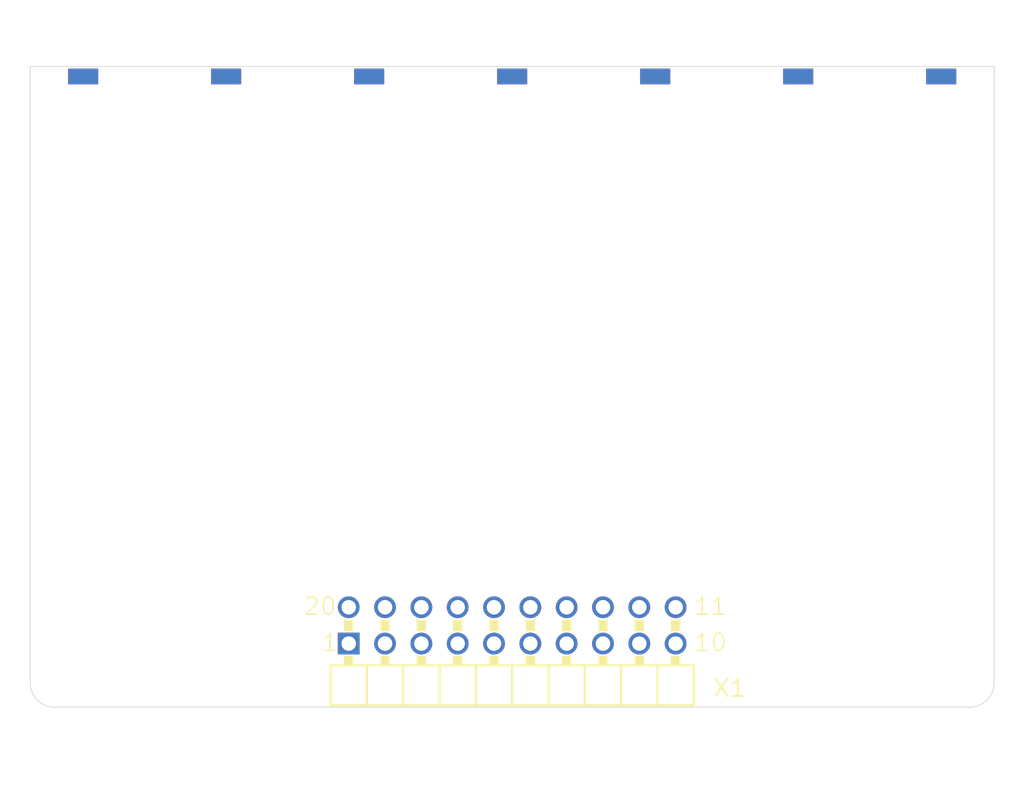
<source format=kicad_pcb>
(kicad_pcb (version 20240108) (generator "pcbnew") (generator_version "8.0")
  (layers (0 "F.Cu" signal) (31 "B.Cu" signal) (34 "B.Paste" user) (35 "F.Paste" user) (36 "B.SilkS" user "B.Silkscreen") (37 "F.SilkS" user "F.Silkscreen") (38 "B.Mask" user) (39 "F.Mask" user) (44 "Edge.Cuts" user))
  (net 0 "")
  (footprint "AllSerial:SlaveBoard" (layer "F.Cu") (at 150.2 118.5)
    (property "Reference" "X1" (at 13.97 -0.635 0) (layer "F.SilkS") (effects (font (size 1.2065 1.2065) (thickness 0.127)) (justify left bottom)))
    (property "Value" "AllSerial_Connector" (hide yes))
    (fp_rect (start -31 -44.6) (end -29 -43.6) (stroke (width 0.1)) (fill solid) (layer "F.Cu"))
    (fp_rect (start -21 -44.6) (end -19 -43.6) (stroke (width 0.1)) (fill solid) (layer "F.Cu"))
    (fp_rect (start -11 -44.6) (end -9 -43.6) (stroke (width 0.1)) (fill solid) (layer "F.Cu"))
    (fp_rect (start -1 -44.6) (end 1 -43.6) (stroke (width 0.1)) (fill solid) (layer "F.Cu"))
    (fp_rect (start 9 -44.6) (end 11 -43.6) (stroke (width 0.1)) (fill solid) (layer "F.Cu"))
    (fp_rect (start 19 -44.6) (end 21 -43.6) (stroke (width 0.1)) (fill solid) (layer "F.Cu"))
    (fp_rect (start 29 -44.6) (end 31 -43.6) (stroke (width 0.1)) (fill solid) (layer "F.Cu"))
    (fp_rect (start -31 -44.6) (end -29 -43.6) (stroke (width 0.1)) (fill solid) (layer "B.Cu"))
    (fp_rect (start -21 -44.6) (end -19 -43.6) (stroke (width 0.1)) (fill solid) (layer "B.Cu"))
    (fp_rect (start -11 -44.6) (end -9 -43.6) (stroke (width 0.1)) (fill solid) (layer "B.Cu"))
    (fp_rect (start -1 -44.6) (end 1 -43.6) (stroke (width 0.1)) (fill solid) (layer "B.Cu"))
    (fp_rect (start 9 -44.6) (end 11 -43.6) (stroke (width 0.1)) (fill solid) (layer "B.Cu"))
    (fp_rect (start 19 -44.6) (end 21 -43.6) (stroke (width 0.1)) (fill solid) (layer "B.Cu"))
    (fp_rect (start 29 -44.6) (end 31 -43.6) (stroke (width 0.1)) (fill solid) (layer "B.Cu"))
    (fp_line (start -12.7 -2.921) (end -12.7 -0.127) (stroke (width 0.1524)) (layer "F.SilkS"))
    (fp_line (start -12.7 -2.921) (end -10.16 -2.921) (stroke (width 0.1524)) (layer "F.SilkS"))
    (fp_line (start -10.16 -2.921) (end -10.16 -0.127) (stroke (width 0.1524)) (layer "F.SilkS"))
    (fp_line (start -10.16 -2.921) (end -7.62 -2.921) (stroke (width 0.1524)) (layer "F.SilkS"))
    (fp_line (start -10.16 -0.127) (end -12.7 -0.127) (stroke (width 0.1524)) (layer "F.SilkS"))
    (fp_line (start -7.62 -2.921) (end -7.62 -0.127) (stroke (width 0.1524)) (layer "F.SilkS"))
    (fp_line (start -7.62 -2.921) (end -5.08 -2.921) (stroke (width 0.1524)) (layer "F.SilkS"))
    (fp_line (start -7.62 -0.127) (end -10.16 -0.127) (stroke (width 0.1524)) (layer "F.SilkS"))
    (fp_line (start -5.08 -2.921) (end -5.08 -0.127) (stroke (width 0.1524)) (layer "F.SilkS"))
    (fp_line (start -5.08 -0.127) (end -7.62 -0.127) (stroke (width 0.1524)) (layer "F.SilkS"))
    (fp_line (start -2.54 -2.921) (end -5.08 -2.921) (stroke (width 0.1524)) (layer "F.SilkS"))
    (fp_line (start -2.54 -2.921) (end -2.54 -0.127) (stroke (width 0.1524)) (layer "F.SilkS"))
    (fp_line (start -2.54 -2.921) (end 0 -2.921) (stroke (width 0.1524)) (layer "F.SilkS"))
    (fp_line (start -2.54 -0.127) (end -5.08 -0.127) (stroke (width 0.1524)) (layer "F.SilkS"))
    (fp_line (start 0 -2.921) (end 0 -0.127) (stroke (width 0.1524)) (layer "F.SilkS"))
    (fp_line (start 0 -2.921) (end 2.54 -2.921) (stroke (width 0.1524)) (layer "F.SilkS"))
    (fp_line (start 0 -0.127) (end -2.54 -0.127) (stroke (width 0.1524)) (layer "F.SilkS"))
    (fp_line (start 2.54 -2.921) (end 2.54 -0.127) (stroke (width 0.1524)) (layer "F.SilkS"))
    (fp_line (start 2.54 -2.921) (end 5.08 -2.921) (stroke (width 0.1524)) (layer "F.SilkS"))
    (fp_line (start 2.54 -0.127) (end 0 -0.127) (stroke (width 0.1524)) (layer "F.SilkS"))
    (fp_line (start 5.08 -2.921) (end 5.08 -0.127) (stroke (width 0.1524)) (layer "F.SilkS"))
    (fp_line (start 5.08 -2.921) (end 7.62 -2.921) (stroke (width 0.1524)) (layer "F.SilkS"))
    (fp_line (start 5.08 -0.127) (end 2.54 -0.127) (stroke (width 0.1524)) (layer "F.SilkS"))
    (fp_line (start 7.62 -2.921) (end 7.62 -0.127) (stroke (width 0.1524)) (layer "F.SilkS"))
    (fp_line (start 7.62 -0.127) (end 5.08 -0.127) (stroke (width 0.1524)) (layer "F.SilkS"))
    (fp_line (start 10.16 -2.921) (end 7.62 -2.921) (stroke (width 0.1524)) (layer "F.SilkS"))
    (fp_line (start 10.16 -2.921) (end 10.16 -0.127) (stroke (width 0.1524)) (layer "F.SilkS"))
    (fp_line (start 10.16 -2.921) (end 12.7 -2.921) (stroke (width 0.1524)) (layer "F.SilkS"))
    (fp_line (start 10.16 -0.127) (end 7.62 -0.127) (stroke (width 0.1524)) (layer "F.SilkS"))
    (fp_line (start 12.7 -2.921) (end 12.7 -0.127) (stroke (width 0.1524)) (layer "F.SilkS"))
    (fp_line (start 12.7 -0.127) (end 10.16 -0.127) (stroke (width 0.1524)) (layer "F.SilkS"))
    (fp_poly (pts (xy -11.0998 -6.1214) (xy -11.7602 -6.1214) (xy -11.7602 -5.3086) (xy -11.0998 -5.3086)) (fill solid) (layer "F.SilkS"))
    (fp_poly (pts (xy -11.0998 -3.5814) (xy -11.7602 -3.5814) (xy -11.7602 -2.921) (xy -11.0998 -2.921)) (fill solid) (layer "F.SilkS"))
    (fp_poly (pts (xy -8.5598 -6.1214) (xy -9.2202 -6.1214) (xy -9.2202 -5.3086) (xy -8.5598 -5.3086)) (fill solid) (layer "F.SilkS"))
    (fp_poly (pts (xy -8.5598 -3.5814) (xy -9.2202 -3.5814) (xy -9.2202 -2.921) (xy -8.5598 -2.921)) (fill solid) (layer "F.SilkS"))
    (fp_poly (pts (xy -6.0198 -6.1214) (xy -6.6802 -6.1214) (xy -6.6802 -5.3086) (xy -6.0198 -5.3086)) (fill solid) (layer "F.SilkS"))
    (fp_poly (pts (xy -6.0198 -3.5814) (xy -6.6802 -3.5814) (xy -6.6802 -2.921) (xy -6.0198 -2.921)) (fill solid) (layer "F.SilkS"))
    (fp_poly (pts (xy -3.4798 -6.1214) (xy -4.1402 -6.1214) (xy -4.1402 -5.3086) (xy -3.4798 -5.3086)) (fill solid) (layer "F.SilkS"))
    (fp_poly (pts (xy -3.4798 -3.5814) (xy -4.1402 -3.5814) (xy -4.1402 -2.921) (xy -3.4798 -2.921)) (fill solid) (layer "F.SilkS"))
    (fp_poly (pts (xy -0.9398 -6.1214) (xy -1.6002 -6.1214) (xy -1.6002 -5.3086) (xy -0.9398 -5.3086)) (fill solid) (layer "F.SilkS"))
    (fp_poly (pts (xy -0.9398 -3.5814) (xy -1.6002 -3.5814) (xy -1.6002 -2.921) (xy -0.9398 -2.921)) (fill solid) (layer "F.SilkS"))
    (fp_poly (pts (xy 1.6002 -6.1214) (xy 0.9398 -6.1214) (xy 0.9398 -5.3086) (xy 1.6002 -5.3086)) (fill solid) (layer "F.SilkS"))
    (fp_poly (pts (xy 1.6002 -3.5814) (xy 0.9398 -3.5814) (xy 0.9398 -2.921) (xy 1.6002 -2.921)) (fill solid) (layer "F.SilkS"))
    (fp_poly (pts (xy 4.1402 -6.1214) (xy 3.4798 -6.1214) (xy 3.4798 -5.3086) (xy 4.1402 -5.3086)) (fill solid) (layer "F.SilkS"))
    (fp_poly (pts (xy 4.1402 -3.5814) (xy 3.4798 -3.5814) (xy 3.4798 -2.921) (xy 4.1402 -2.921)) (fill solid) (layer "F.SilkS"))
    (fp_poly (pts (xy 6.6802 -6.1214) (xy 6.0198 -6.1214) (xy 6.0198 -5.3086) (xy 6.6802 -5.3086)) (fill solid) (layer "F.SilkS"))
    (fp_poly (pts (xy 6.6802 -3.5814) (xy 6.0198 -3.5814) (xy 6.0198 -2.921) (xy 6.6802 -2.921)) (fill solid) (layer "F.SilkS"))
    (fp_poly (pts (xy 9.2202 -6.1214) (xy 8.5598 -6.1214) (xy 8.5598 -5.3086) (xy 9.2202 -5.3086)) (fill solid) (layer "F.SilkS"))
    (fp_poly (pts (xy 9.2202 -3.5814) (xy 8.5598 -3.5814) (xy 8.5598 -2.921) (xy 9.2202 -2.921)) (fill solid) (layer "F.SilkS"))
    (fp_poly (pts (xy 11.7602 -6.1214) (xy 11.0998 -6.1214) (xy 11.0998 -5.3086) (xy 11.7602 -5.3086)) (fill solid) (layer "F.SilkS"))
    (fp_poly (pts (xy 11.7602 -3.5814) (xy 11.0998 -3.5814) (xy 11.0998 -2.921) (xy 11.7602 -2.921)) (fill solid) (layer "F.SilkS"))
    (fp_line (start -33.7 -44.8) (end 33.7 -44.8) (stroke (width 0.05)) (layer "Edge.Cuts"))
    (fp_line (start -33.7 -1.7) (end -33.7 -44.8) (stroke (width 0.05)) (layer "Edge.Cuts"))
    (fp_line (start 32 0) (end -32 0) (stroke (width 0.05)) (layer "Edge.Cuts"))
    (fp_line (start 33.7 -44.8) (end 33.7 -1.7) (stroke (width 0.05)) (layer "Edge.Cuts"))
    (fp_arc (start -32 0) (mid -33.202082 -0.497918) (end -33.7 -1.7) (stroke (width 0.05)) (layer "Edge.Cuts"))
    (fp_arc (start 33.7 -1.7) (mid 33.202082 -0.497918) (end 32 0) (stroke (width 0.05)) (layer "Edge.Cuts"))
    (fp_text user "20" (at -14.65 -6.35 0) (layer "F.SilkS") (effects (font (size 1.2065 1.2065) (thickness 0.1016)) (justify left bottom)))
    (fp_text user "10" (at 12.655 -3.81 0) (layer "F.SilkS") (effects (font (size 1.2065 1.2065) (thickness 0.1016)) (justify left bottom)))
    (fp_text user "1" (at -13.38 -3.81 0) (layer "F.SilkS") (effects (font (size 1.2065 1.2065) (thickness 0.1016)) (justify left bottom)))
    (fp_text user "11" (at 12.655 -6.35 0) (layer "F.SilkS") (effects (font (size 1.2065 1.2065) (thickness 0.1016)) (justify left bottom)))
    (pad "1" thru_hole rect (at -11.43 -4.445 180) (size 1.524 1.524) (drill 1.016) (layers "*.Cu" "*.Mask"))
    (pad "2" thru_hole circle (at -8.89 -4.445 180) (size 1.524 1.524) (drill 1.016) (layers "*.Cu" "*.Mask"))
    (pad "3" thru_hole circle (at -6.35 -4.445 180) (size 1.524 1.524) (drill 1.016) (layers "*.Cu" "*.Mask"))
    (pad "4" thru_hole circle (at -3.81 -4.445 180) (size 1.524 1.524) (drill 1.016) (layers "*.Cu" "*.Mask"))
    (pad "5" thru_hole circle (at -1.27 -4.445 180) (size 1.524 1.524) (drill 1.016) (layers "*.Cu" "*.Mask"))
    (pad "6" thru_hole circle (at 1.27 -4.445 180) (size 1.524 1.524) (drill 1.016) (layers "*.Cu" "*.Mask"))
    (pad "7" thru_hole circle (at 3.81 -4.445 180) (size 1.524 1.524) (drill 1.016) (layers "*.Cu" "*.Mask"))
    (pad "8" thru_hole circle (at 6.35 -4.445 180) (size 1.524 1.524) (drill 1.016) (layers "*.Cu" "*.Mask"))
    (pad "9" thru_hole circle (at 8.89 -4.445 180) (size 1.524 1.524) (drill 1.016) (layers "*.Cu" "*.Mask"))
    (pad "10" thru_hole circle (at 11.43 -4.445 180) (size 1.524 1.524) (drill 1.016) (layers "*.Cu" "*.Mask"))
    (pad "11" thru_hole circle (at 11.43 -6.985 180) (size 1.524 1.524) (drill 1.016) (layers "*.Cu" "*.Mask"))
    (pad "12" thru_hole circle (at 8.89 -6.985 180) (size 1.524 1.524) (drill 1.016) (layers "*.Cu" "*.Mask"))
    (pad "13" thru_hole circle (at 6.35 -6.985 180) (size 1.524 1.524) (drill 1.016) (layers "*.Cu" "*.Mask"))
    (pad "14" thru_hole circle (at 3.81 -6.985 180) (size 1.524 1.524) (drill 1.016) (layers "*.Cu" "*.Mask"))
    (pad "15" thru_hole circle (at 1.27 -6.985 180) (size 1.524 1.524) (drill 1.016) (layers "*.Cu" "*.Mask"))
    (pad "16" thru_hole circle (at -1.27 -6.985 180) (size 1.524 1.524) (drill 1.016) (layers "*.Cu" "*.Mask"))
    (pad "17" thru_hole circle (at -3.81 -6.985 180) (size 1.524 1.524) (drill 1.016) (layers "*.Cu" "*.Mask"))
    (pad "18" thru_hole circle (at -6.35 -6.985 180) (size 1.524 1.524) (drill 1.016) (layers "*.Cu" "*.Mask"))
    (pad "19" thru_hole circle (at -8.89 -6.985 180) (size 1.524 1.524) (drill 1.016) (layers "*.Cu" "*.Mask"))
    (pad "20" thru_hole circle (at -11.43 -6.985 180) (size 1.524 1.524) (drill 1.016) (layers "*.Cu" "*.Mask"))
  )
)
</source>
